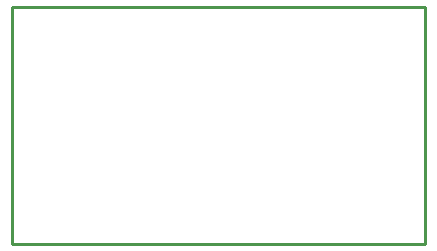
<source format=gm1>
G04*
G04 #@! TF.GenerationSoftware,Altium Limited,Altium Designer,20.1.7 (139)*
G04*
G04 Layer_Color=16711935*
%FSLAX25Y25*%
%MOIN*%
G70*
G04*
G04 #@! TF.SameCoordinates,340D3123-0E3B-44FA-9BA9-5BA34B2CC4A0*
G04*
G04*
G04 #@! TF.FilePolarity,Positive*
G04*
G01*
G75*
%ADD13C,0.01000*%
D13*
X0Y0D02*
X137795D01*
X0D02*
Y78740D01*
X137795Y0D02*
Y78740D01*
X0D02*
X137795D01*
M02*

</source>
